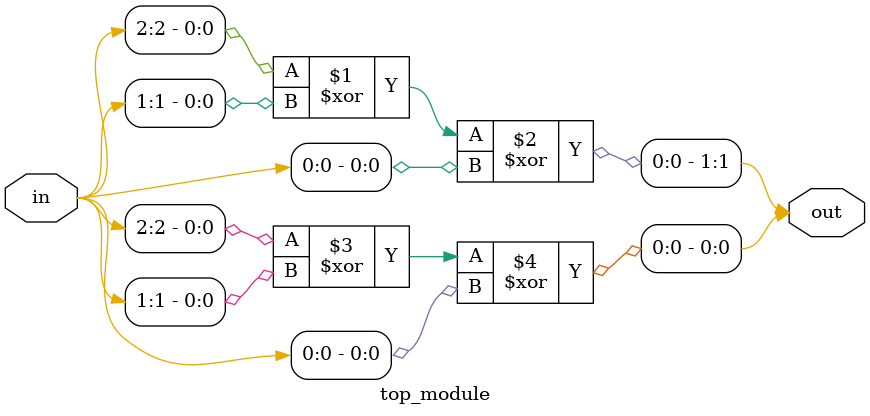
<source format=sv>
module top_module (
	input [2:0] in,
	output [1:0] out
);

	assign out[1] = in[2] ^ in[1] ^ in[0];
	assign out[0] = in[2] ^ in[1] ^ in[0];
	
endmodule

</source>
